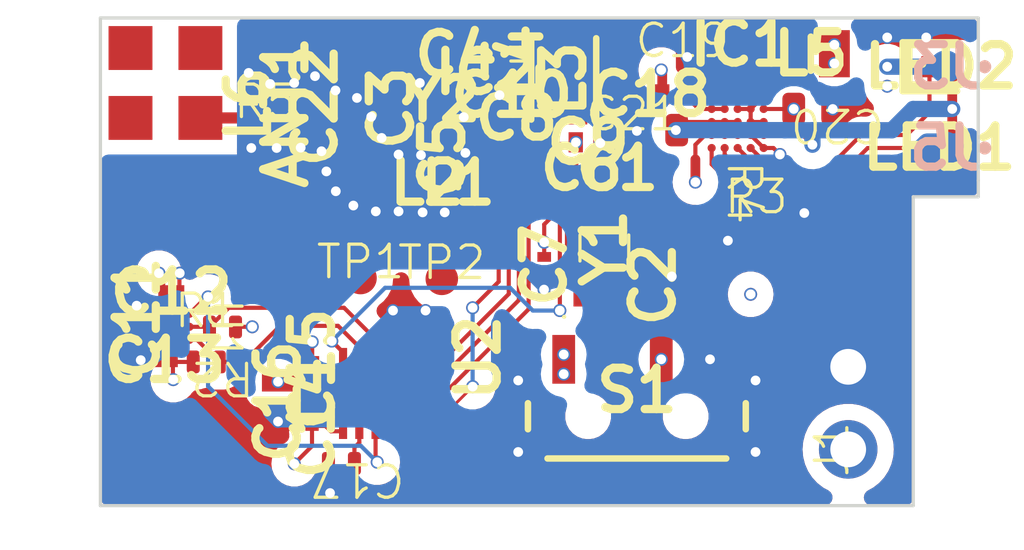
<source format=kicad_pcb>
(kicad_pcb (version 20221018) (generator pcbnew)
  (layers (0 "F.Cu" signal) (1 "In1.Cu" signal) (2 "In2.Cu" signal) (31 "B.Cu" signal) (34 "B.Paste" user) (35 "F.Paste" user) (36 "B.SilkS" user "B.Silkscreen") (37 "F.SilkS" user "F.Silkscreen") (38 "B.Mask" user) (39 "F.Mask" user) (44 "Edge.Cuts" user))
  (net 0 "")
  (net 1 "GND")
  (net 2 "Net-(U1-CRST)")
  (net 3 "+1V8")
  (net 4 "/VSYS")
  (net 5 "/VBAT")
  (net 19 "Net-(IC1-NTC)")
  (net 20 "VBUS")
  (net 21 "Net-(U2-VREG)")
  (net 22 "Net-(IC1-DEC)")
  (net 23 "Net-(IC1-SW)")
  (net 24 "Net-(IC1-ICHG)")
  (net 25 "Net-(IC1-ERR)")
  (net 26 "Net-(IC1-CHG)")
  (net 27 "/VBATTERY")
  (net 28 "/BHI360_MISO")
  (net 29 "BHI360_INT")
  (net 30 "/BHI360_CS")
  (net 31 "/BHI360_SCK")
  (net 32 "/BHI360_MOSI")
  (net 33 "Net-(ANT1-FEED)")
  (net 34 "Net-(IC2-P0.00{slash}XL1)")
  (net 35 "Net-(IC2-P0.01{slash}XL2)")
  (net 36 "/XC1")
  (net 37 "/XC2")
  (net 38 "Net-(C5-Pad2)")
  (net 39 "Net-(IC2-DEC1)")
  (net 40 "Net-(IC2-DEC2)")
  (net 41 "Net-(IC2-DCC)")
  (net 42 "Net-(IC2-ANT)")
  (net 43 "Net-(IC2-SWDIO)")
  (net 44 "Net-(IC2-SWDCLK)")
  (net 45 "Net-(L3-Pad2)")
  (net 46 "Net-(C22-Pad1)")
  (net 47 "/BMM350_SDA")
  (net 48 "/BMM350_SCL")
  (net 49 "BMM350_INT")
  (footprint "the_backrooms:0402_res" (layer "F.Cu") (at 20.755 25.58 180)
    (fp_text reference "R2")
    (fp_text value "4.7k")
  )
  (footprint "the_backrooms:CAPC0603X33N" (layer "F.Cu") (at 30.65 22.6 -90)
    (fp_text reference "C7")
    (fp_text value "100nF" hide)
  )
  (footprint "the_backrooms:0402_cap" (layer "F.Cu") (at 24.913 28.7 180)
    (fp_text reference "C17")
    (fp_text value "220nF")
  )
  (footprint "the_backrooms:CAPC0603X33N" (layer "F.Cu") (at 27.94 16.125 180)
    (fp_text reference "C4")
    (fp_text value "8pF" hide)
  )
  (footprint "the_backrooms:0402_res" (layer "F.Cu") (at 20.255 24.505)
    (fp_text reference "R1")
    (fp_text value "4.7k")
  )
  (footprint "the_backrooms:0402_res" (layer "F.Cu") (at 36.3 20.375 -90)
    (fp_text reference "R4")
    (fp_text value "10k")
  )
  (footprint "the_backrooms:ECS320837B2CTNTR" (layer "F.Cu") (at 27.5141 17.5106)
    (fp_text reference "Y2")
    (fp_text value "ECS-320-8-37B2-CTN-TR" hide)
  )
  (footprint "the_backrooms:tp_1mm" (layer "F.Cu") (at 27.5 23.025)
    (fp_text reference "TP2")
    (fp_text value "~")
  )
  (footprint "the_backrooms:CAPC0603X33N" (layer "F.Cu") (at 29.8 18.075 180)
    (fp_text reference "C8")
    (fp_text value "100pF" hide)
  )
  (footprint "the_backrooms:0603_cap" (layer "F.Cu") (at 39.675 17.8 180)
    (fp_text reference "C20")
    (fp_text value "10uF")
  )
  (footprint "the_backrooms:CAPC0603X33N" (layer "F.Cu") (at 23.518 25.8 -90)
    (fp_text reference "C15")
    (fp_text value "100nF" hide)
  )
  (footprint "the_backrooms:BMM350" (layer "F.Cu") (at 19.74 24.1 -90)
    (fp_text reference "U1")
    (fp_text value "BMM350")
  )
  (footprint "the_backrooms:0402_res" (layer "F.Cu") (at 37.175 21)
    (fp_text reference "R3")
    (fp_text value "4.7k")
  )
  (footprint "the_backrooms:LQW15CNR20J00B" (layer "F.Cu") (at 29.925 16.325 -90)
    (fp_text reference "L4")
    (fp_text value "15nH" hide)
  )
  (footprint "the_backrooms:SSSS811101" (layer "F.Cu") (at 33.5 27.25)
    (fp_text reference "S1")
    (fp_text value "SSSS811101" hide)
  )
  (footprint "the_backrooms:CAPC0603X33N" (layer "F.Cu") (at 34 23.2 -90)
    (fp_text reference "C2")
    (fp_text value "9pF" hide)
  )
  (footprint "the_backrooms:INDC0605X45N" (layer "F.Cu") (at 27.05 20.075 180)
    (fp_text reference "L2")
    (fp_text value "3.3nH" hide)
  )
  (footprint "the_backrooms:CAPC1005X55N" (layer "F.Cu") (at 18.13 24.23 -90)
    (fp_text reference "C11")
    (fp_text value "2.2uF" hide)
  )
  (footprint "the_backrooms:INDC0605X45N" (layer "F.Cu") (at 28 20.075 180)
    (fp_text reference "L1")
    (fp_text value "2.2nH" hide)
  )
  (footprint "the_backrooms:0603_cap" (layer "F.Cu") (at 34.9 16.2)
    (fp_text reference "C19")
    (fp_text value "10uF")
  )
  (footprint "the_backrooms:INDC2012X105N" (layer "F.Cu") (at 38.85 16.1 180)
    (fp_text reference "L5")
    (fp_text value "2.2uH" hide)
  )
  (footprint "the_backrooms:tp_1mm" (layer "F.Cu") (at 25 23)
    (fp_text reference "TP1")
    (fp_text value "~")
  )
  (footprint "the_backrooms:BGA25C40P5X5_208X208X52" (layer "F.Cu") (at 36.6 18.2)
    (fp_text reference "IC1")
    (fp_text value "nPM1100-CAAA-E-R7" hide)
  )
  (footprint "the_backrooms:0402_res" (layer "F.Cu") (at 22.075 18.075)
    (fp_text reference "R5")
    (fp_text value "0R")
  )
  (footprint "the_backrooms:INDM2520X190N" (layer "F.Cu") (at 31.25 16.875 90)
    (fp_text reference "L3")
    (fp_text value "10uH" hide)
  )
  (footprint "the_backrooms:CAPC0603X33N" (layer "F.Cu") (at 23.513 27.3 -90)
    (fp_text reference "C14")
    (fp_text value "100nF" hide)
  )
  (footprint "the_backrooms:LEDC1005X35N" (layer "F.Cu") (at 42.85 16.5)
    (fp_text reference "LED2")
    (fp_text value "green" hide)
  )
  (footprint "the_backrooms:CAPC1005X55N" (layer "F.Cu") (at 32 18.825)
    (fp_text reference "C9")
    (fp_text value "2.2uF" hide)
  )
  (footprint "the_backrooms:CAPC0603X33N" (layer "F.Cu") (at 18.98 25.53)
    (fp_text reference "C13")
    (fp_text value "100nF" hide)
  )
  (footprint "the_backrooms:CAPC0603X33N" (layer "F.Cu") (at 25.95 17.775 90)
    (fp_text reference "C3")
    (fp_text value "8pF" hide)
  )
  (footprint "the_backrooms:0479480001" (layer "F.Cu") (at 19 17 -90)
    (fp_text reference "ANT1")
    (fp_text value "0479480001" hide)
  )
  (footprint "the_backrooms:NRF52805CAAAR7" (layer "F.Cu") (at 29.85 19.875)
    (fp_text reference "IC2")
    (fp_text value "NRF52805-CAAA-B-R7" hide)
  )
  (footprint "the_backrooms:0603_cap" (layer "F.Cu") (at 33.375 18.45)
    (fp_text reference "C21")
    (fp_text value "10uF")
  )
  (footprint "the_backrooms:ECS327934QNTR" (layer "F.Cu") (at 32.5 22.075 -90)
    (fp_text reference "Y1")
    (fp_text value "ECS-.327-9-34QN-TR" hide)
  )
  (footprint "the_backrooms:CAPC0603X33N" (layer "F.Cu") (at 27.525 19.275 -90)
    (fp_text reference "C5")
    (fp_text value "1.2pF" hide)
  )
  (footprint "the_backrooms:CAPC0603X33N" (layer "F.Cu") (at 32.9 19.625)
    (fp_text reference "C1")
    (fp_text value "9pF" hide)
  )
  (footprint "the_backrooms:CAPC0603X33N" (layer "F.Cu") (at 31.8 19.625)
    (fp_text reference "C6")
    (fp_text value "100nF" hide)
  )
  (footprint "the_backrooms:BHI360" (layer "F.Cu") (at 25.213 26.55 -90)
    (fp_text reference "U2")
    (fp_text value "BHI360" hide)
  )
  (footprint "the_backrooms:battery_150mAh" (layer "F.Cu") (at 40 28.27 90)
    (fp_text reference "J1")
    (fp_text value "150mAh")
  )
  (footprint "the_backrooms:CAPC1608X90N" (layer "F.Cu") (at 22.463 26.8 90)
    (fp_text reference "C16")
    (fp_text value "1uF" hide)
  )
  (footprint "the_backrooms:FHR1105PTR" (layer "F.Cu") (at 42.8 19)
    (fp_text reference "LED1")
    (fp_text value "red" hide)
  )
  (footprint "the_backrooms:CAPC1005X55N" (layer "F.Cu") (at 23.6 17.7 90)
    (fp_text reference "C22")
    (fp_text value "~" hide)
  )
  (footprint "the_backrooms:CAPC0603X33N" (layer "F.Cu") (at 19.18 23.43 180)
    (fp_text reference "C12")
    (fp_text value "100nF" hide)
  )
  (footprint "the_backrooms:LQG15WH0N7B02D" (layer "F.Cu") (at 21.55 17.65 -90)
    (fp_text reference "L6")
    (fp_text value "4.3nH" hide)
  )
  (footprint "the_backrooms:CAPC1005X55N" (layer "F.Cu") (at 29.65 17.375 180)
    (fp_text reference "C10")
    (fp_text value "1uF" hide)
  )
  (footprint "the_backrooms:CAPC1005X55N" (layer "F.Cu") (at 33.9 17.35)
    (fp_text reference "C18")
    (fp_text value "2.2uF" hide)
  )
  (footprint "the_backrooms:P705100045" (layer "B.Cu") (at 43 16.5 180)
    (fp_text reference "J3")
    (fp_text value "P70-5100045" hide)
  )
  (footprint "the_backrooms:P705100045" (layer "B.Cu") (at 43 19 180)
    (fp_text reference "J5")
    (fp_text value "P70-5100045" hide)
  )
  (gr_line (start 42 20.5) (end 44 20.5) (stroke (width 0.1)) (layer "Edge.Cuts"))
  (gr_line (start 17 30) (end 17 15) (stroke (width 0.1)) (layer "Edge.Cuts"))
  (gr_line (start 44 15) (end 44 20) (stroke (width 0.1)) (layer "Edge.Cuts"))
  (gr_line (start 42 20.5) (end 42 30) (stroke (width 0.1)) (layer "Edge.Cuts"))
  (gr_line (start 42 30) (end 17 30) (stroke (width 0.1)) (layer "Edge.Cuts"))
  (gr_line (start 44 20.5) (end 44 20) (stroke (width 0.1)) (layer "Edge.Cuts"))
  (gr_line (start 17 15) (end 44 15) (stroke (width 0.1)) (layer "Edge.Cuts"))
  (segment (start 30.05 19.675) (end 30.05 19.275) (width 0.127) (layer "F.Cu") (net 1))
  (segment (start 30.05 20.075) (end 30.05 19.675) (width 0.127) (layer "F.Cu") (net 1))
  (segment (start 32.645 19.63) (end 32.65 19.625) (width 0.127) (layer "F.Cu") (net 1))
  (segment (start 27.525 19.025) (end 28.1 19.025) (width 0.127) (layer "F.Cu") (net 1))
  (segment (start 19.34 24.5) (end 18.94 24.9) (width 0.127) (layer "F.Cu") (net 1))
  (segment (start 37.4 18.2) (end 37 18.2) (width 0.127) (layer "F.Cu") (net 1))
  (segment (start 38.65 21) (end 38.075 21) (width 0.127) (layer "F.Cu") (net 1))
  (segment (start 29.55 17.655) (end 29.27 17.375) (width 0.127) (layer "F.Cu") (net 1))
  (segment (start 29.65 19.675) (end 29.65 20.075) (width 0.127) (layer "F.Cu") (net 1))
  (segment (start 28.1 19.025) (end 28.225 19.15) (width 0.127) (layer "F.Cu") (net 1))
  (segment (start 29.55 18.07) (end 29.55 17.655) (width 0.127) (layer "F.Cu") (net 1))
  (segment (start 35.8 17.4) (end 35.8 16.95) (width 0.127) (layer "F.Cu") (net 1))
  (segment (start 24.013 29.563) (end 24.063 29.613) (width 0.127) (layer "F.Cu") (net 1))
  (segment (start 32.35 18.875) (end 32.375 18.85) (width 0.127) (layer "F.Cu") (net 1))
  (segment (start 28.85 19.475) (end 29.15 19.475) (width 0.127) (layer "F.Cu") (net 1))
  (segment (start 24.3 26.55) (end 24.3 27.05) (width 0.127) (layer "F.Cu") (net 1))
  (segment (start 37 17.8) (end 37.4 17.4) (width 0.127) (layer "F.Cu") (net 1))
  (segment (start 37 18.2) (end 37 18.6) (width 0.127) (layer "F.Cu") (net 1))
  (segment (start 34 22.95) (end 34.575 22.95) (width 0.127) (layer "F.Cu") (net 1))
  (segment (start 18.73 25.53) (end 18.245 25.53) (width 0.127) (layer "F.Cu") (net 1))
  (segment (start 36.3 21.275) (end 36.3 21.85) (width 0.127) (layer "F.Cu") (net 1))
  (segment (start 36.6 18.6) (end 37 18.6) (width 0.127) (layer "F.Cu") (net 1))
  (segment (start 29.65 19.675) (end 30.05 19.675) (width 0.127) (layer "F.Cu") (net 1))
  (segment (start 36.6 17.8) (end 37 17.8) (width 0.127) (layer "F.Cu") (net 1))
  (segment (start 23.513 27.05) (end 22.818 27.05) (width 0.127) (layer "F.Cu") (net 1))
  (segment (start 19.34 23.875) (end 19.34 24.1) (width 0.127) (layer "F.Cu") (net 1))
  (segment (start 25.955 17.395) (end 26.3644 16.9856) (width 0.127) (layer "F.Cu") (net 1))
  (segment (start 25.955 17.525) (end 25.955 17.395) (width 0.127) (layer "F.Cu") (net 1))
  (segment (start 32.35 19.63) (end 32.35 18.875) (width 0.127) (layer "F.Cu") (net 1))
  (segment (start 19.43 23.43) (end 19.43 22.86) (width 0.127) (layer "F.Cu") (net 1))
  (segment (start 32.35 19.63) (end 32.645 19.63) (width 0.127) (layer "F.Cu") (net 1))
  (segment (start 26.3644 16.9856) (end 26.8391 16.9856) (width 0.127) (layer "F.Cu") (net 1))
  (segment (start 24.3 27.05) (end 23.513 27.05) (width 0.127) (layer "F.Cu") (net 1))
  (segment (start 27.69 16.12) (end 27.69 16.1347) (width 0.127) (layer "F.Cu") (net 1))
  (segment (start 37.7 19) (end 37.9 19.2) (width 0.127) (layer "F.Cu") (net 1))
  (segment (start 19.43 23.785) (end 19.34 23.875) (width 0.127) (layer "F.Cu") (net 1))
  (segment (start 18.245 25.53) (end 18.24 25.525) (width 0.127) (layer "F.Cu") (net 1))
  (segment (start 35.8 16.95) (end 35.05 16.2) (width 0.127) (layer "F.Cu") (net 1))
  (segment (start 23.513 24.963) (end 23.513 25.545) (width 0.127) (layer "F.Cu") (net 1))
  (segment (start 28.525 19.15) (end 28.85 19.475) (width 0.127) (layer "F.Cu") (net 1))
  (segment (start 37.4 19) (end 37.7 19) (width 0.127) (layer "F.Cu") (net 1))
  (segment (start 27.69 16.1347) (end 26.8391 16.9856) (width 0.127) (layer "F.Cu") (net 1))
  (segment (start 30.645 23.355) (end 30.645 22.85) (width 0.127) (layer "F.Cu") (net 1))
  (segment (start 29.15 19.475) (end 29.35 19.675) (width 0.127) (layer "F.Cu") (net 1))
  (segment (start 32.05 19.63) (end 32.35 19.63) (width 0.127) (layer "F.Cu") (net 1))
  (segment (start 24.013 28.7) (end 24.013 29.563) (width 0.127) (layer "F.Cu") (net 1))
  (segment (start 29.35 19.675) (end 29.65 19.675) (width 0.127) (layer "F.Cu") (net 1))
  (segment (start 23.513 25.545) (end 23.518 25.55) (width 0.127) (layer "F.Cu") (net 1))
  (segment (start 29.65 20.075) (end 30.05 20.075) (width 0.127) (layer "F.Cu") (net 1))
  (segment (start 28.225 19.15) (end 28.525 19.15) (width 0.127) (layer "F.Cu") (net 1))
  (segment (start 19.34 24.5) (end 19.34 24.1) (width 0.127) (layer "F.Cu") (net 1))
  (segment (start 37 18.6) (end 37.4 19) (width 0.127) (layer "F.Cu") (net 1))
  (segment (start 29.65 19.675) (end 29.65 19.275) (width 0.127) (layer "F.Cu") (net 1))
  (segment (start 19.43 23.43) (end 19.43 23.785) (width 0.127) (layer "F.Cu") (net 1))
  (segment (start 29.65 19.275) (end 30.05 19.275) (width 0.127) (layer "F.Cu") (net 1))
  (segment (start 22.818 27.05) (end 22.463 27.405) (width 0.127) (layer "F.Cu") (net 1))
  (segment (start 19.43 22.86) (end 19.44 22.85) (width 0.127) (layer "F.Cu") (net 1))
  (segment (start 37 17.8) (end 37 18.2) (width 0.127) (layer "F.Cu") (net 1))
  (via (at 23.16 18.99) (size 0.4) (drill 0.3) (layers "F.Cu" "B.Cu") (net 1))
  (via (at 27.59 20.98) (size 0.4) (drill 0.3) (layers "F.Cu" "B.Cu") (net 1))
  (via (at 22.42 19) (size 0.4) (drill 0.3) (layers "F.Cu" "B.Cu") (net 1))
  (via (at 23.95 19.72) (size 0.4) (drill 0.3) (layers "F.Cu" "B.Cu") (net 1))
  (via (at 29.85 28.35) (size 0.4) (drill 0.3) (layers "F.Cu" "B.Cu") (net 1))
  (via (at 22.463 27.413) (size 0.4) (drill 0.3) (layers "F.Cu" "B.Cu") (net 1))
  (via (at 25.47 20.95) (size 0.4) (drill 0.3) (layers "F.Cu" "B.Cu") (net 1))
  (via (at 26.825 17) (size 0.4) (drill 0.3) (layers "F.Cu" "B.Cu") (net 1))
  (via (at 26.17 20.95) (size 0.4) (drill 0.3) (layers "F.Cu" "B.Cu") (net 1))
  (via (at 27 24) (size 0.4) (drill 0.3) (layers "F.Cu" "B.Cu") (net 1))
  (via (at 26 24) (size 0.4) (drill 0.3) (layers "F.Cu" "B.Cu") (net 1))
  (via (at 25.65 18.69) (size 0.4) (drill 0.3) (layers "F.Cu" "B.Cu") (net 1))
  (via (at 28.175 18.05) (size 0.4) (drill 0.3) (layers "F.Cu" "B.Cu") (net 1))
  (via (at 21.56 16.69) (size 0.4) (drill 0.3) (layers "F.Cu" "B.Cu") (net 1))
  (via (at 34.575 22.95) (size 0.4) (drill 0.3) (layers "F.Cu" "B.Cu") (net 1))
  (via (at 37.9 19.2) (size 0.4) (drill 0.3) (layers "F.Cu" "B.Cu") (net 1))
  (via (at 42.4 15.6) (size 0.4) (drill 0.3) (layers "F.Cu" "B.Cu") (net 1))
  (via (at 37.15 28.35) (size 0.4) (drill 0.3) (layers "F.Cu" "B.Cu") (net 1))
  (via (at 18.24 25.525) (size 0.4) (drill 0.3) (layers "F.Cu" "B.Cu") (net 1))
  (via (at 26.17 19.2) (size 0.4) (drill 0.3) (layers "F.Cu" "B.Cu") (net 1))
  (via (at 26.86 19.22) (size 0.4) (drill 0.3) (layers "F.Cu" "B.Cu") (net 1))
  (via (at 24.89 17.46) (size 0.4) (drill 0.3) (layers "F.Cu" "B.Cu") (net 1))
  (via (at 23.6 16.79) (size 0.4) (drill 0.3) (layers "F.Cu" "B.Cu") (net 1))
  (via (at 30.645 23.355) (size 0.4) (drill 0.3) (layers "F.Cu" "B.Cu") (net 1))
  (via (at 18.115 23.85) (size 0.4) (drill 0.3) (layers "F.Cu" "B.Cu") (net 1))
  (via (at 22.22 17.03) (size 0.4) (drill 0.3) (layers "F.Cu" "B.Cu") (net 1))
  (via (at 24.063 29.613) (size 0.4) (drill 0.3) (layers "F.Cu" "B.Cu") (net 1))
  (via (at 29.85 26.15) (size 0.4) (drill 0.3) (layers "F.Cu" "B.Cu") (net 1))
  (via (at 36.3 21.85) (size 0.4) (drill 0.3) (layers "F.Cu" "B.Cu") (net 1))
  (via (at 29.275 17.375) (size 0.4) (drill 0.3) (layers "F.Cu" "B.Cu") (net 1))
  (via (at 35.75 25.5) (size 0.4) (drill 0.3) (layers "F.Cu" "B.Cu") (net 1))
  (via (at 33.5 18.475) (size 0.4) (drill 0.3) (layers "F.Cu" "B.Cu") (net 1))
  (via (at 38.65 21) (size 0.4) (drill 0.3) (layers "F.Cu" "B.Cu") (net 1))
  (via (at 32.375 18.85) (size 0.4) (drill 0.3) (layers "F.Cu" "B.Cu") (net 1))
  (via (at 37.15 26.15) (size 0.4) (drill 0.3) (layers "F.Cu" "B.Cu") (net 1))
  (via (at 35.05 16.2) (size 0.4) (drill 0.3) (layers "F.Cu" "B.Cu") (net 1))
  (via (at 41.2 15.6) (size 0.4) (drill 0.3) (layers "F.Cu" "B.Cu") (net 1))
  (via (at 24.24 20.33) (size 0.4) (drill 0.3) (layers "F.Cu" "B.Cu") (net 1))
  (via (at 39.525 17.8) (size 0.4) (drill 0.3) (layers "F.Cu" "B.Cu") (net 1))
  (via (at 23.8 19.1) (size 0.4) (drill 0.3) (layers "F.Cu" "B.Cu") (net 1))
  (via (at 22.96 17) (size 0.4) (drill 0.3) (layers "F.Cu" "B.Cu") (net 1))
  (via (at 28.225 19.15) (size 0.4) (drill 0.3) (layers "F.Cu" "B.Cu") (net 1))
  (via (at 23.513 24.963) (size 0.4) (drill 0.3) (layers "F.Cu" "B.Cu") (net 1))
  (via (at 19.44 22.85) (size 0.4) (drill 0.3) (layers "F.Cu" "B.Cu") (net 1))
  (via (at 25.33 18.04) (size 0.4) (drill 0.3) (layers "F.Cu" "B.Cu") (net 1))
  (via (at 24.23 17.23) (size 0.4) (drill 0.3) (layers "F.Cu" "B.Cu") (net 1))
  (via (at 26.91 20.98) (size 0.4) (drill 0.3) (layers "F.Cu" "B.Cu") (net 1))
  (via (at 21.64 19) (size 0.4) (drill 0.3) (layers "F.Cu" "B.Cu") (net 1))
  (via (at 24.78 20.77) (size 0.4) (drill 0.3) (layers "F.Cu" "B.Cu") (net 1))
  (segment (start 18.24 24.5) (end 18.13 24.61) (width 0.127) (layer "F.Cu") (net 2))
  (segment (start 18.94 24.5) (end 18.24 24.5) (width 0.127) (layer "F.Cu") (net 2))
  (segment (start 19.23 26.115) (end 19.24 26.125) (width 0.127) (layer "F.Cu") (net 3))
  (segment (start 19.275 25.58) (end 19.23 25.535) (width 0.127) (layer "F.Cu") (net 3))
  (segment (start 19.23 25.535) (end 19.23 25.26) (width 0.127) (layer "F.Cu") (net 3))
  (segment (start 30.65 21.35) (end 30.85 21.15) (width 0.127) (layer "F.Cu") (net 3))
  (segment (start 24.088 27.713) (end 24.463 27.713) (width 0.127) (layer "F.Cu") (net 3))
  (segment (start 24.463 27.55) (end 24.463 27.713) (width 0.127) (layer "F.Cu") (net 3))
  (segment (start 19.855 25.58) (end 19.275 25.58) (width 0.127) (layer "F.Cu") (net 3))
  (segment (start 19.23 25.26) (end 19.34 25.15) (width 0.127) (layer "F.Cu") (net 3))
  (segment (start 31.57 18.875) (end 31.62 18.825) (width 0.127) (layer "F.Cu") (net 3))
  (segment (start 23.508 27.55) (end 23.508 28.168) (width 0.127) (layer "F.Cu") (net 3))
  (segment (start 18.94 23.435) (end 18.93 23.425) (width 0.127) (layer "F.Cu") (net 3))
  (segment (start 30.65 21.9) (end 30.65 22.35) (width 0.127) (layer "F.Cu") (net 3))
  (segment (start 18.93 22.98) (end 18.8 22.85) (width 0.127) (layer "F.Cu") (net 3))
  (segment (start 22.463 26.195) (end 22.463 26.195) (width 0.127) (layer "F.Cu") (net 3))
  (segment (start 39.575 16.4) (end 39.575 16.1) (width 0.127) (layer "F.Cu") (net 3))
  (segment (start 31.625 18.82) (end 31.62 18.825) (width 0.127) (layer "F.Cu") (net 3))
  (segment (start 22.47 26.188) (end 22.463 26.188) (width 0.127) (layer "F.Cu") (net 3))
  (segment (start 18.94 24.1) (end 18.94 23.435) (width 0.127) (layer "F.Cu") (net 3))
  (segment (start 22.608 26.05) (end 22.47 26.188) (width 0.127) (layer "F.Cu") (net 3))
  (segment (start 23.925 27.55) (end 24.088 27.713) (width 0.127) (layer "F.Cu") (net 3))
  (segment (start 30.85 21.15) (end 30.85 20.875) (width 0.127) (layer "F.Cu") (net 3))
  (segment (start 21.67 24.5) (end 21.16 24.5) (width 0.127) (layer "F.Cu") (net 3))
  (segment (start 30.85 18.875) (end 31.57 18.875) (width 0.127) (layer "F.Cu") (net 3))
  (segment (start 31.625 18.825) (end 31.625 18.82) (width 0.127) (layer "F.Cu") (net 3))
  (segment (start 31.62 18.825) (end 31.625 18.825) (width 0.127) (layer "F.Cu") (net 3))
  (segment (start 23.508 27.55) (end 23.925 27.55) (width 0.127) (layer "F.Cu") (net 3))
  (segment (start 30.65 21.9) (end 30.65 21.35) (width 0.127) (layer "F.Cu") (net 3))
  (segment (start 24.3 26.05) (end 23.513 26.05) (width 0.127) (layer "F.Cu") (net 3))
  (segment (start 37.4 17.8) (end 38.325 17.8) (width 0.127) (layer "F.Cu") (net 3))
  (segment (start 23.513 26.05) (end 22.608 26.05) (width 0.127) (layer "F.Cu") (net 3))
  (segment (start 19.23 25.535) (end 19.23 26.115) (width 0.127) (layer "F.Cu") (net 3))
  (segment (start 21.16 24.5) (end 21.155 24.505) (width 0.127) (layer "F.Cu") (net 3))
  (segment (start 18.93 23.425) (end 18.93 22.98) (width 0.127) (layer "F.Cu") (net 3))
  (segment (start 24.963 27.05) (end 24.463 27.55) (width 0.127) (layer "F.Cu") (net 3))
  (segment (start 23.508 28.168) (end 22.963 28.713) (width 0.127) (layer "F.Cu") (net 3))
  (segment (start 22.463 26.188) (end 22.463 26.195) (width 0.127) (layer "F.Cu") (net 3))
  (segment (start 19.34 25.15) (end 19.34 24.9) (width 0.127) (layer "F.Cu") (net 3))
  (via (at 18.8 22.85) (size 0.4) (drill 0.3) (layers "F.Cu" "B.Cu") (net 3))
  (via (at 31.625 18.825) (size 0.4) (drill 0.3) (layers "F.Cu" "B.Cu") (net 3))
  (via (at 19.24 26.125) (size 0.4) (drill 0.3) (layers "F.Cu" "B.Cu") (net 3))
  (via (at 30.65 21.9) (size 0.4) (drill 0.3) (layers "F.Cu" "B.Cu") (net 3))
  (via (at 22.463 26.188) (size 0.4) (drill 0.3) (layers "F.Cu" "B.Cu") (net 3))
  (via (at 22.963 28.713) (size 0.4) (drill 0.3) (layers "F.Cu" "B.Cu") (net 3))
  (via (at 39.575 15.825) (size 0.4) (drill 0.3) (layers "F.Cu" "B.Cu") (net 3))
  (via (at 38.325 17.8) (size 0.4) (drill 0.3) (layers "F.Cu" "B.Cu") (net 3))
  (via (at 39.575 16.4) (size 0.4) (drill 0.3) (layers "F.Cu" "B.Cu") (net 3))
  (via (at 21.67 24.5) (size 0.4) (drill 0.3) (layers "F.Cu" "B.Cu") (net 3))
  (segment (start 34.975 18.2) (end 34.725 18.45) (width 0.127) (layer "F.Cu") (net 4))
  (segment (start 34.7 18.475) (end 34.725 18.45) (width 0.127) (layer "F.Cu") (net 4))
  (segment (start 36.2 18.2) (end 36.6 18.2) (width 0.127) (layer "F.Cu") (net 4))
  (segment (start 34.7 18.45) (end 34.7 18.475) (width 0.127) (layer "F.Cu") (net 4))
  (segment (start 38.9 18.9) (end 38.6 18.6) (width 0.127) (layer "F.Cu") (net 4))
  (segment (start 43.2 17.8) (end 43.2 19) (width 0.3) (layer "F.Cu") (net 4))
  (segment (start 34.725 18.45) (end 34.7 18.45) (width 0.127) (layer "F.Cu") (net 4))
  (segment (start 35.8 18.2) (end 36.2 18.2) (width 0.127) (layer "F.Cu") (net 4))
  (segment (start 43.2 16.5) (end 43.2 17.8) (width 0.3) (layer "F.Cu") (net 4))
  (segment (start 38.6 18.6) (end 37.4 18.6) (width 0.127) (layer "F.Cu") (net 4))
  (segment (start 35.8 18.2) (end 34.975 18.2) (width 0.127) (layer "F.Cu") (net 4))
  (via (at 38.9 18.9) (size 0.4) (drill 0.3) (layers "F.Cu" "B.Cu") (net 4))
  (via (at 34.7 18.45) (size 0.4) (drill 0.3) (layers "F.Cu" "B.Cu") (net 4))
  (via (at 43.2 17.8) (size 0.4) (drill 0.3) (layers "F.Cu" "B.Cu") (net 4))
  (segment (start 38.9 18.454) (end 41.346 18.454) (width 0.5) (layer "B.Cu") (net 4))
  (segment (start 38.9 18.454) (end 38.9 18.9) (width 0.5) (layer "B.Cu") (net 4))
  (segment (start 41.346 18.454) (end 42 17.8) (width 0.5) (layer "B.Cu") (net 4))
  (segment (start 38.054104 18.454) (end 38.9 18.454) (width 0.5) (layer "B.Cu") (net 4))
  (segment (start 34.7 18.45) (end 38.050104 18.45) (width 0.5) (layer "B.Cu") (net 4))
  (segment (start 42 17.8) (end 43.2 17.8) (width 0.5) (layer "B.Cu") (net 4))
  (segment (start 38.050104 18.45) (end 38.054104 18.454) (width 0.5) (layer "B.Cu") (net 4))
  (segment (start 35.8 18.6) (end 35.6 18.6) (width 0.127) (layer "F.Cu") (net 5))
  (segment (start 35.3 18.9) (end 35.3 19.35) (width 0.127) (layer "F.Cu") (net 5))
  (segment (start 36.2 18.6) (end 35.8 18.6) (width 0.127) (layer "F.Cu") (net 5))
  (segment (start 35.6 18.6) (end 35.3 18.9) (width 0.127) (layer "F.Cu") (net 5))
  (segment (start 35.3 20.05) (end 35.3 19.35) (width 0.3) (layer "F.Cu") (net 5))
  (via (at 34.25 25.5) (size 0.4) (drill 0.3) (layers "F.Cu" "B.Cu") (net 5))
  (via (at 35.3 20.05) (size 0.4) (drill 0.3) (layers "F.Cu" "B.Cu") (net 5))
  (segment (start 36.3 20) (end 36.3 20.475) (width 0.127) (layer "F.Cu") (net 19))
  (segment (start 35.8 19.5) (end 36.3 20) (width 0.127) (layer "F.Cu") (net 19))
  (segment (start 35.8 19) (end 35.8 19.5) (width 0.127) (layer "F.Cu") (net 19))
  (segment (start 34.95 17.35) (end 34.28 17.35) (width 0.127) (layer "F.Cu") (net 20))
  (segment (start 36.2 17.8) (end 35.8 17.8) (width 0.127) (layer "F.Cu") (net 20))
  (segment (start 35.8 17.8) (end 35.4 17.8) (width 0.127) (layer "F.Cu") (net 20))
  (segment (start 35.4 17.8) (end 34.95 17.35) (width 0.127) (layer "F.Cu") (net 20))
  (segment (start 34.28 17.35) (end 34.28 16.63) (width 0.3) (layer "F.Cu") (net 20))
  (segment (start 34.28 16.63) (end 34.25 16.6) (width 0.3) (layer "F.Cu") (net 20))
  (via (at 41.2 17.1) (size 0.4) (drill 0.3) (layers "F.Cu" "B.Cu") (net 20))
  (via (at 41.2 16.5) (size 0.4) (drill 0.3) (layers "F.Cu" "B.Cu") (net 20))
  (via (at 37 23.5) (size 0.4) (drill 0.3) (layers "F.Cu" "B.Cu") (net 20))
  (via (at 34.25 16.6) (size 0.4) (drill 0.3) (layers "F.Cu" "B.Cu") (net 20))
  (segment (start 41.2 16.5) (end 43 16.5) (width 0.5) (layer "B.Cu") (net 20))
  (segment (start 24.963 28.063) (end 24.813 28.213) (width 0.127) (layer "F.Cu") (net 21))
  (segment (start 24.813 28.213) (end 24.813 28.7) (width 0.127) (layer "F.Cu") (net 21))
  (segment (start 24.963 27.713) (end 24.963 28.063) (width 0.127) (layer "F.Cu") (net 21))
  (segment (start 36.6 17.125) (end 36.25 16.775) (width 0.127) (layer "F.Cu") (net 22))
  (segment (start 36.6 17.4) (end 36.6 17.125) (width 0.127) (layer "F.Cu") (net 22))
  (segment (start 36.25 16.775) (end 36.25 16.2) (width 0.127) (layer "F.Cu") (net 22))
  (segment (start 38.125 16.1) (end 37.5 16.1) (width 0.34925) (layer "F.Cu") (net 23))
  (segment (start 37.325 16.275) (end 37 16.6) (width 0.34925) (layer "F.Cu") (net 23))
  (segment (start 37 16.6) (end 37 16.95) (width 0.34925) (layer "F.Cu") (net 23))
  (segment (start 37.5 16.1) (end 37.325 16.275) (width 0.34925) (layer "F.Cu") (net 23))
  (segment (start 37 17.4) (end 37 16.95) (width 0.127) (layer "F.Cu") (net 23))
  (segment (start 36.2 19) (end 36.2 19.2) (width 0.127) (layer "F.Cu") (net 24))
  (segment (start 37.275 20.275) (end 37.275 21) (width 0.127) (layer "F.Cu") (net 24))
  (segment (start 36.2 19.2) (end 37.275 20.275) (width 0.127) (layer "F.Cu") (net 24))
  (segment (start 36.6 19) (end 37.7 20.1) (width 0.127) (layer "F.Cu") (net 25))
  (segment (start 40.6 19) (end 42.4 19) (width 0.127) (layer "F.Cu") (net 25))
  (segment (start 39.5 20.1) (end 40.6 19) (width 0.127) (layer "F.Cu") (net 25))
  (segment (start 37.7 20.1) (end 39.5 20.1) (width 0.127) (layer "F.Cu") (net 25))
  (segment (start 42.5 17.9) (end 41.8 18.6) (width 0.127) (layer "F.Cu") (net 26))
  (segment (start 40.4 18.6) (end 39.25 19.75) (width 0.127) (layer "F.Cu") (net 26))
  (segment (start 39.25 19.75) (end 37.75 19.75) (width 0.127) (layer "F.Cu") (net 26))
  (segment (start 42.5 16.5) (end 42.5 17.9) (width 0.127) (layer "F.Cu") (net 26))
  (segment (start 37.75 19.75) (end 37 19) (width 0.127) (layer "F.Cu") (net 26))
  (segment (start 41.8 18.6) (end 40.4 18.6) (width 0.127) (layer "F.Cu") (net 26))
  (via (at 31.25 25.350997) (size 0.4) (drill 0.3) (layers "F.Cu" "B.Cu") (net 27))
  (via (at 31.25 25.955) (size 0.4) (drill 0.3) (layers "F.Cu" "B.Cu") (net 27))
  (segment (start 27.663 25.387) (end 29.56 23.49) (width 0.127) (layer "F.Cu") (net 28))
  (segment (start 25.963 25.387) (end 27.663 25.387) (width 0.127) (layer "F.Cu") (net 28))
  (segment (start 29.56 23.49) (end 29.56 21.17) (width 0.127) (layer "F.Cu") (net 28))
  (segment (start 29.65 21.08) (end 29.65 20.875) (width 0.127) (layer "F.Cu") (net 28))
  (segment (start 29.56 21.17) (end 29.65 21.08) (width 0.127) (layer "F.Cu") (net 28))
  (segment (start 31.1309 24) (end 31.1309 20.7559) (width 0.127) (layer "F.Cu") (net 29))
  (segment (start 31.1309 20.7559) (end 30.85 20.475) (width 0.127) (layer "F.Cu") (net 29))
  (segment (start 24.463 25.387) (end 24.463 25.284592) (width 0.127) (layer "F.Cu") (net 29))
  (segment (start 24.463 25.284592) (end 24.116488 24.93808) (width 0.127) (layer "F.Cu") (net 29))
  (via (at 31.1309 24) (size 0.4) (drill 0.3) (layers "F.Cu" "B.Cu") (net 29))
  (via (at 24.116488 24.93808) (size 0.4) (drill 0.3) (layers "F.Cu" "B.Cu") (net 29))
  (segment (start 29.6 23.3) (end 25.754568 23.3) (width 0.127) (layer "B.Cu") (net 29))
  (segment (start 31.1309 24) (end 30.3 24) (width 0.127) (layer "B.Cu") (net 29))
  (segment (start 30.3 24) (end 29.6 23.3) (width 0.127) (layer "B.Cu") (net 29))
  (segment (start 25.754568 23.3) (end 24.116488 24.93808) (width 0.127) (layer "B.Cu") (net 29))
  (segment (start 26.125 27.05) (end 27.74 27.05) (width 0.0889) (layer "F.Cu") (net 30))
  (segment (start 28.45 26.34) (end 28.45 26.388) (width 0.127) (layer "F.Cu") (net 30))
  (segment (start 29.25 23.1121) (end 28.448 23.9141) (width 0.127) (layer "F.Cu") (net 30))
  (segment (start 29.25 20.875) (end 29.25 23.1121) (width 0.127) (layer "F.Cu") (net 30))
  (segment (start 27.74 27.05) (end 28.45 26.34) (width 0.0889) (layer "F.Cu") (net 30))
  (via (at 28.448 23.9141) (size 0.4) (drill 0.3) (layers "F.Cu" "B.Cu") (net 30))
  (via (at 28.45 26.34) (size 0.4) (drill 0.3) (layers "F.Cu" "B.Cu") (net 30))
  (segment (start 28.448 26.338) (end 28.448 23.9141) (width 0.127) (layer "B.Cu") (net 30))
  (segment (start 28.45 26.34) (end 28.448 26.338) (width 0.127) (layer "B.Cu") (net 30))
  (segment (start 27.578855 26.55) (end 30.17 23.958855) (width 0.127) (layer "F.Cu") (net 31))
  (segment (start 30.17 21.3175) (end 30.45 21.0375) (width 0.127) (layer "F.Cu") (net 31))
  (segment (start 30.17 23.958855) (end 30.17 21.3175) (width 0.127) (layer "F.Cu") (net 31))
  (segment (start 26.125 26.55) (end 27.578855 26.55) (width 0.127) (layer "F.Cu") (net 31))
  (segment (start 30.45 21.0375) (end 30.45 20.875) (width 0.127) (layer "F.Cu") (net 31))
  (segment (start 27.5 26.05) (end 29.87 23.68) (width 0.127) (layer "F.Cu") (net 32))
  (segment (start 29.87 23.68) (end 29.87 21.255) (width 0.127) (layer "F.Cu") (net 32))
  (segment (start 26.125 26.05) (end 27.5 26.05) (width 0.127) (layer "F.Cu") (net 32))
  (segment (start 29.87 21.255) (end 30.05 21.075) (width 0.127) (layer "F.Cu") (net 32))
  (segment (start 30.05 21.075) (end 30.05 20.875) (width 0.127) (layer "F.Cu") (net 32))
  (segment (start 21.55 18.075) (end 20.075 18.075) (width 0.342392) (layer "F.Cu") (net 33))
  (segment (start 22.175 18.075) (end 21.55 18.075) (width 0.342392) (layer "F.Cu") (net 33))
  (segment (start 33.15 19.63) (end 33.15 20.175) (width 0.127) (layer "F.Cu") (net 34))
  (segment (start 33.15 20.175) (end 32.5 20.825) (width 0.127) (layer "F.Cu") (net 34))
  (segment (start 30.85 19.675) (end 32 20.825) (width 0.127) (layer "F.Cu") (net 34))
  (segment (start 32 20.825) (end 32.5 20.825) (width 0.127) (layer "F.Cu") (net 34))
  (segment (start 33.995 23.45) (end 32.625 23.45) (width 0.127) (layer "F.Cu") (net 35))
  (segment (start 32.625 23.45) (end 32.5 23.325) (width 0.127) (layer "F.Cu") (net 35))
  (segment (start 31.35 20.575) (end 31.35 22.175) (width 0.127) (layer "F.Cu") (net 35))
  (segment (start 31.35 22.175) (end 32.5 23.325) (width 0.127) (layer "F.Cu") (net 35))
  (segment (start 30.45 19.675) (end 31.35 20.575) (width 0.127) (layer "F.Cu") (net 35))
  (segment (start 25.95 18.025) (end 26.8285 18.025) (width 0.127) (layer "F.Cu") (net 36))
  (segment (start 26.8285 18.025) (end 26.8391 18.0356) (width 0.127) (layer "F.Cu") (net 36))
  (segment (start 28.6575 18.6825) (end 27.486 18.6825) (width 0.127) (layer "F.Cu") (net 36))
  (segment (start 27.486 18.6825) (end 26.8391 18.0356) (width 0.127) (layer "F.Cu") (net 36))
  (segment (start 28.85 18.875) (end 28.6575 18.6825) (width 0.127) (layer "F.Cu") (net 36))
  (segment (start 28.1891 16.1259) (end 28.19 16.125) (width 0.127) (layer "F.Cu") (net 37))
  (segment (start 28.825 17.5715) (end 28.825 18.45) (width 0.127) (layer "F.Cu") (net 37))
  (segment (start 28.2391 16.9856) (end 28.825 17.5715) (width 0.127) (layer "F.Cu") (net 37))
  (segment (start 28.1891 16.9856) (end 28.1891 16.1259) (width 0.127) (layer "F.Cu") (net 37))
  (segment (start 28.1891 16.9856) (end 28.2391 16.9856) (width 0.127) (layer "F.Cu") (net 37))
  (segment (start 28.825 18.45) (end 29.25 18.875) (width 0.127) (layer "F.Cu") (net 37))
  (segment (start 27.525 20.075) (end 27.52 20.07) (width 0.3) (layer "F.Cu") (net 38))
  (segment (start 27.525 20.075) (end 27.3 20.075) (width 0.3) (layer "F.Cu") (net 38))
  (segment (start 27.52 20.07) (end 27.52 19.525) (width 0.3) (layer "F.Cu") (net 38))
  (segment (start 27.75 20.075) (end 27.525 20.075) (width 0.3) (layer "F.Cu") (net 38))
  (segment (start 30.85 19.275) (end 31.2 19.275) (width 0.127) (layer "F.Cu") (net 39))
  (segment (start 31.2 19.275) (end 31.55 19.625) (width 0.127) (layer "F.Cu") (net 39))
  (segment (start 29.65 18.875) (end 30.05 18.875) (width 0.127) (layer "F.Cu") (net 40))
  (segment (start 29.925 16.725) (end 29.925 17.27) (width 0.127) (layer "F.Cu") (net 40))
  (segment (start 30.05 17.395) (end 30.03 17.375) (width 0.127) (layer "F.Cu") (net 40))
  (segment (start 30.05 18.875) (end 30.05 18.075) (width 0.127) (layer "F.Cu") (net 40))
  (segment (start 30.05 18.075) (end 30.05 17.395) (width 0.127) (layer "F.Cu") (net 40))
  (segment (start 29.925 17.27) (end 30.03 17.375) (width 0.127) (layer "F.Cu") (net 40))
  (segment (start 30.45 18.6875) (end 31.25 17.8875) (width 0.127) (layer "F.Cu") (net 41))
  (segment (start 30.45 18.875) (end 30.45 18.6875) (width 0.127) (layer "F.Cu") (net 41))
  (segment (start 28.25 20.075) (end 28.85 20.075) (width 0.3) (layer "F.Cu") (net 42))
  (segment (start 27.9 22.2) (end 25.8 22.2) (width 0.127) (layer "F.Cu") (net 43))
  (segment (start 28.5675 21.5325) (end 27.9 22.2) (width 0.127) (layer "F.Cu") (net 43))
  (segment (start 28.85 20.475) (end 28.5675 20.7575) (width 0.127) (layer "F.Cu") (net 43))
  (segment (start 25.8 22.2) (end 25 23) (width 0.127) (layer "F.Cu") (net 43))
  (segment (start 28.5675 20.7575) (end 28.5675 21.5325) (width 0.127) (layer "F.Cu") (net 43))
  (segment (start 28.85 21.675) (end 27.5 23.025) (width 0.127) (layer "F.Cu") (net 44))
  (segment (start 28.85 20.875) (end 28.85 21.675) (width 0.127) (layer "F.Cu") (net 44))
  (segment (start 31.1875 15.925) (end 31.25 15.8625) (width 0.127) (layer "F.Cu") (net 45))
  (segment (start 29.925 15.925) (end 31.1875 15.925) (width 0.127) (layer "F.Cu") (net 45))
  (segment (start 24.766916 18.668179) (end 24.766916 19.325) (width 0.342392) (layer "F.Cu") (net 46))
  (segment (start 22.975 18.075) (end 23.595 18.075) (width 0.342392) (layer "F.Cu") (net 46))
  (segment (start 23.6 18.08) (end 24.03 18.08) (width 0.342392) (layer "F.Cu") (net 46))
  (segment (start 26.8 20.075) (end 26.5 20.075) (width 0.3) (layer "F.Cu") (net 46))
  (segment (start 23.595 18.075) (end 23.6 18.08) (width 0.342392) (layer "F.Cu") (net 46))
  (segment (start 25.516916 20.075) (end 26.5 20.075) (width 0.342392) (layer "F.Cu") (net 46))
  (arc (start 24.03 18.08) (mid 24.500244 18.245845) (end 24.766916 18.668179) (width 0.342392) (layer "F.Cu") (net 46))
  (arc (start 24.766916 19.325) (mid 24.986586 19.85533) (end 25.516916 20.075) (width 0.342392) (layer "F.Cu") (net 46))
  (segment (start 20.35 24.5) (end 20.355 24.505) (width 0.127) (layer "F.Cu") (net 47))
  (segment (start 25.463 25.387) (end 25.463 24.883) (width 0.127) (layer "F.Cu") (net 47))
  (segment (start 20.355 24.505) (end 20.945 23.915) (width 0.127) (layer "F.Cu") (net 47))
  (segment (start 25.463 24.883) (end 24.495 23.915) (width 0.127) (layer "F.Cu") (net 47))
  (segment (start 25.433 25.357) (end 25.463 25.387) (width 0.127) (layer "F.Cu") (net 47))
  (segment (start 20.945 23.915) (end 24.495 23.915) (width 0.127) (layer "F.Cu") (net 47))
  (segment (start 19.74 24.5) (end 20.35 24.5) (width 0.127) (layer "F.Cu") (net 47))
  (segment (start 22.52942 24.47058) (end 24.310133 24.47058) (width 0.127) (layer "F.Cu") (net 48))
  (segment (start 19.975 24.9) (end 20.655 25.58) (width 0.127) (layer "F.Cu") (net 48))
  (segment (start 24.310133 24.47058) (end 24.963 25.123447) (width 0.127) (layer "F.Cu") (net 48))
  (segment (start 19.74 24.9) (end 19.975 24.9) (width 0.127) (layer "F.Cu") (net 48))
  (segment (start 20.655 25.58) (end 21.42 25.58) (width 0.127) (layer "F.Cu") (net 48))
  (segment (start 21.42 25.58) (end 22.52942 24.47058) (width 0.127) (layer "F.Cu") (net 48))
  (segment (start 24.963 25.123447) (end 24.963 25.387) (width 0.127) (layer "F.Cu") (net 48))
  (segment (start 25.463 28.613) (end 25.513 28.663) (width 0.127) (layer "F.Cu") (net 49))
  (segment (start 19.74 24.1) (end 20.26 23.58) (width 0.127) (layer "F.Cu") (net 49))
  (segment (start 20.26 23.58) (end 20.31 23.58) (width 0.127) (layer "F.Cu") (net 49))
  (segment (start 25.463 27.713) (end 25.463 28.613) (width 0.127) (layer "F.Cu") (net 49))
  (via (at 20.31 23.58) (size 0.4) (drill 0.3) (layers "F.Cu" "B.Cu") (net 49))
  (via (at 25.513 28.663) (size 0.4) (drill 0.3) (layers "F.Cu" "B.Cu") (net 49))
  (segment (start 20.31 23.58) (end 20.31 26.33) (width 0.127) (layer "B.Cu") (net 49))
  (segment (start 20.31 26.33) (end 22.14 28.16) (width 0.127) (layer "B.Cu") (net 49))
  (segment (start 25.01 28.16) (end 25.513 28.663) (width 0.127) (layer "B.Cu") (net 49))
  (segment (start 22.14 28.16) (end 25.01 28.16) (width 0.127) (layer "B.Cu") (net 49))
  (zone (net 1) (net_name "GND") (layers "F.Cu" "In1.Cu" "In2.Cu" "B.Cu") (connect_pads yes (clearance 0.5)) (min_thickness 0.5) (fill yes (thermal_gap 0.5) (thermal_bridge_width 0.5))
    (polygon (pts (xy 17 15) (xy 17 30) (xy 44 30) (xy 44 15)))
  )
  (zone (net 0) (net_name "") (layers "F.Cu" "In1.Cu" "In2.Cu" "B.Cu") (name "antenna_keepout") (connect_pads yes (clearance 0)) (min_thickness 0.5)
    (keepout (tracks allowed) (vias allowed) (pads allowed) (copperpour not_allowed) (footprints allowed))
    (fill (thermal_gap 0.5) (thermal_bridge_width 0.5))
    (polygon (pts (xy 17 15) (xy 17 19.2) (xy 21.2 19.2) (xy 21.2 15)))
  )
)
</source>
